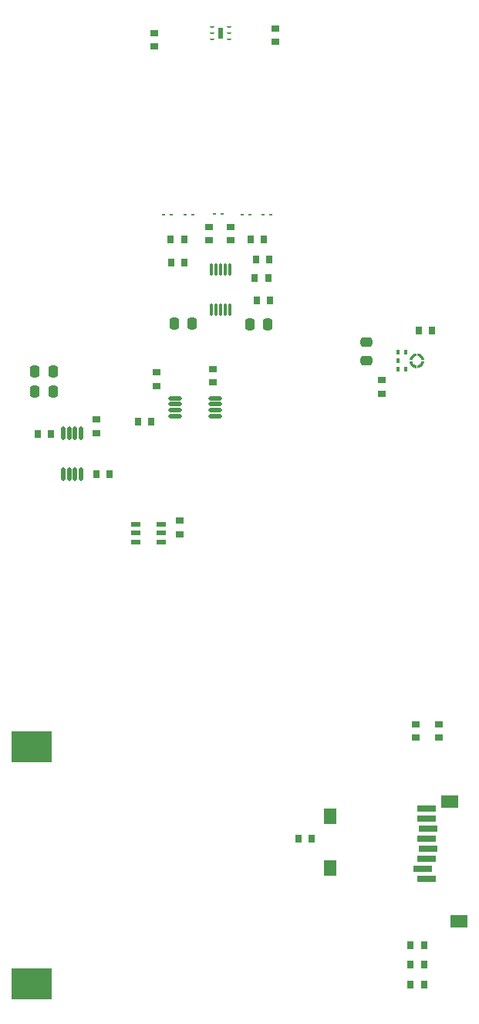
<source format=gbp>
G04*
G04 #@! TF.GenerationSoftware,Altium Limited,Altium Designer,24.0.1 (36)*
G04*
G04 Layer_Color=128*
%FSLAX44Y44*%
%MOMM*%
G71*
G04*
G04 #@! TF.SameCoordinates,7A80B53C-B2C1-45D1-8136-E7169236FAC4*
G04*
G04*
G04 #@! TF.FilePolarity,Positive*
G04*
G01*
G75*
%ADD22R,0.8000X0.9000*%
%ADD23R,0.9000X0.6500*%
%ADD24R,0.9000X0.8000*%
%ADD28R,0.6500X0.9000*%
G04:AMPARAMS|DCode=31|XSize=1mm|YSize=1.3mm|CornerRadius=0.25mm|HoleSize=0mm|Usage=FLASHONLY|Rotation=0.000|XOffset=0mm|YOffset=0mm|HoleType=Round|Shape=RoundedRectangle|*
%AMROUNDEDRECTD31*
21,1,1.0000,0.8000,0,0,0.0*
21,1,0.5000,1.3000,0,0,0.0*
1,1,0.5000,0.2500,-0.4000*
1,1,0.5000,-0.2500,-0.4000*
1,1,0.5000,-0.2500,0.4000*
1,1,0.5000,0.2500,0.4000*
%
%ADD31ROUNDEDRECTD31*%
%ADD32R,0.3600X0.2500*%
G04:AMPARAMS|DCode=34|XSize=1mm|YSize=1.3mm|CornerRadius=0.25mm|HoleSize=0mm|Usage=FLASHONLY|Rotation=270.000|XOffset=0mm|YOffset=0mm|HoleType=Round|Shape=RoundedRectangle|*
%AMROUNDEDRECTD34*
21,1,1.0000,0.8000,0,0,270.0*
21,1,0.5000,1.3000,0,0,270.0*
1,1,0.5000,-0.4000,-0.2500*
1,1,0.5000,-0.4000,0.2500*
1,1,0.5000,0.4000,0.2500*
1,1,0.5000,0.4000,-0.2500*
%
%ADD34ROUNDEDRECTD34*%
%ADD114R,4.5000X3.5000*%
%ADD117R,1.0500X0.6000*%
%ADD118R,2.0000X0.8000*%
%ADD119R,1.9000X1.4000*%
%ADD120R,1.4000X1.8000*%
G04:AMPARAMS|DCode=121|XSize=0.45mm|YSize=1.45mm|CornerRadius=0.1125mm|HoleSize=0mm|Usage=FLASHONLY|Rotation=0.000|XOffset=0mm|YOffset=0mm|HoleType=Round|Shape=RoundedRectangle|*
%AMROUNDEDRECTD121*
21,1,0.4500,1.2250,0,0,0.0*
21,1,0.2250,1.4500,0,0,0.0*
1,1,0.2250,0.1125,-0.6125*
1,1,0.2250,-0.1125,-0.6125*
1,1,0.2250,-0.1125,0.6125*
1,1,0.2250,0.1125,0.6125*
%
%ADD121ROUNDEDRECTD121*%
G04:AMPARAMS|DCode=122|XSize=0.3mm|YSize=1.35mm|CornerRadius=0.075mm|HoleSize=0mm|Usage=FLASHONLY|Rotation=0.000|XOffset=0mm|YOffset=0mm|HoleType=Round|Shape=RoundedRectangle|*
%AMROUNDEDRECTD122*
21,1,0.3000,1.2000,0,0,0.0*
21,1,0.1500,1.3500,0,0,0.0*
1,1,0.1500,0.0750,-0.6000*
1,1,0.1500,-0.0750,-0.6000*
1,1,0.1500,-0.0750,0.6000*
1,1,0.1500,0.0750,0.6000*
%
%ADD122ROUNDEDRECTD122*%
G04:AMPARAMS|DCode=123|XSize=0.45mm|YSize=1.45mm|CornerRadius=0.1125mm|HoleSize=0mm|Usage=FLASHONLY|Rotation=90.000|XOffset=0mm|YOffset=0mm|HoleType=Round|Shape=RoundedRectangle|*
%AMROUNDEDRECTD123*
21,1,0.4500,1.2250,0,0,90.0*
21,1,0.2250,1.4500,0,0,90.0*
1,1,0.2250,0.6125,0.1125*
1,1,0.2250,0.6125,-0.1125*
1,1,0.2250,-0.6125,-0.1125*
1,1,0.2250,-0.6125,0.1125*
%
%ADD123ROUNDEDRECTD123*%
G04:AMPARAMS|DCode=124|XSize=0.5mm|YSize=0.25mm|CornerRadius=0.125mm|HoleSize=0mm|Usage=FLASHONLY|Rotation=180.000|XOffset=0mm|YOffset=0mm|HoleType=Round|Shape=RoundedRectangle|*
%AMROUNDEDRECTD124*
21,1,0.5000,0.0000,0,0,180.0*
21,1,0.2500,0.2500,0,0,180.0*
1,1,0.2500,-0.1250,0.0000*
1,1,0.2500,0.1250,0.0000*
1,1,0.2500,0.1250,0.0000*
1,1,0.2500,-0.1250,0.0000*
%
%ADD124ROUNDEDRECTD124*%
%ADD135R,0.6200X1.2500*%
%ADD136R,0.4220X0.5000*%
G36*
X482450Y949110D02*
X482500Y948730D01*
X482570Y948340D01*
X482650Y947960D01*
X482760Y947580D01*
X482880Y947200D01*
X483030Y946840D01*
X483190Y946480D01*
X483360Y946130D01*
X483560Y945790D01*
X483770Y945460D01*
X483990Y945130D01*
X484240Y944820D01*
X484490Y944530D01*
X484760Y944240D01*
X485050Y943970D01*
X485340Y943720D01*
X485650Y943470D01*
X485980Y943250D01*
X486310Y943040D01*
X486650Y942840D01*
X487000Y942670D01*
X487360Y942510D01*
X487720Y942360D01*
X488100Y942240D01*
X488480Y942130D01*
X488860Y942050D01*
X489250Y941980D01*
X489630Y941930D01*
X490020Y941900D01*
Y944900D01*
X489810Y944920D01*
X489570Y944960D01*
X489340Y945010D01*
X489110Y945070D01*
X488890Y945140D01*
X488660Y945220D01*
X488440Y945310D01*
X488230Y945410D01*
X488020Y945520D01*
X487820Y945640D01*
X487620Y945770D01*
X487420Y945900D01*
X487240Y946050D01*
X487060Y946210D01*
X486890Y946370D01*
X486730Y946540D01*
X486570Y946720D01*
X486420Y946900D01*
X486290Y947100D01*
X486160Y947300D01*
X486040Y947500D01*
X485930Y947710D01*
X485830Y947920D01*
X485740Y948140D01*
X485660Y948370D01*
X485590Y948590D01*
X485530Y948820D01*
X485480Y949050D01*
X485440Y949290D01*
X485420Y949500D01*
X482420D01*
X482450Y949110D01*
D02*
G37*
G36*
X491410Y941930D02*
X491790Y941980D01*
X492180Y942050D01*
X492560Y942130D01*
X492940Y942240D01*
X493320Y942360D01*
X493680Y942510D01*
X494040Y942670D01*
X494390Y942840D01*
X494730Y943040D01*
X495060Y943250D01*
X495390Y943470D01*
X495700Y943720D01*
X495990Y943970D01*
X496280Y944240D01*
X496550Y944530D01*
X496800Y944820D01*
X497050Y945130D01*
X497270Y945460D01*
X497480Y945790D01*
X497680Y946130D01*
X497850Y946480D01*
X498010Y946840D01*
X498160Y947200D01*
X498280Y947580D01*
X498390Y947960D01*
X498470Y948340D01*
X498540Y948730D01*
X498590Y949110D01*
X498620Y949500D01*
X495620D01*
X495600Y949290D01*
X495560Y949050D01*
X495510Y948820D01*
X495450Y948590D01*
X495380Y948370D01*
X495300Y948140D01*
X495210Y947920D01*
X495110Y947710D01*
X495000Y947500D01*
X494880Y947300D01*
X494750Y947100D01*
X494620Y946900D01*
X494470Y946720D01*
X494310Y946540D01*
X494150Y946370D01*
X493980Y946210D01*
X493800Y946050D01*
X493620Y945900D01*
X493420Y945770D01*
X493220Y945640D01*
X493020Y945520D01*
X492810Y945410D01*
X492600Y945310D01*
X492380Y945220D01*
X492150Y945140D01*
X491930Y945070D01*
X491700Y945010D01*
X491470Y944960D01*
X491230Y944920D01*
X491020Y944900D01*
Y941900D01*
X491410Y941930D01*
D02*
G37*
G36*
X485420Y950500D02*
X485440Y950710D01*
X485480Y950950D01*
X485530Y951180D01*
X485590Y951410D01*
X485660Y951630D01*
X485740Y951860D01*
X485830Y952080D01*
X485930Y952290D01*
X486040Y952500D01*
X486160Y952700D01*
X486290Y952900D01*
X486420Y953100D01*
X486570Y953280D01*
X486730Y953460D01*
X486890Y953630D01*
X487060Y953790D01*
X487240Y953950D01*
X487420Y954100D01*
X487620Y954230D01*
X487820Y954360D01*
X488020Y954480D01*
X488230Y954590D01*
X488440Y954690D01*
X488660Y954780D01*
X488890Y954860D01*
X489110Y954930D01*
X489340Y954990D01*
X489570Y955040D01*
X489810Y955080D01*
X490020Y955100D01*
Y958100D01*
X489630Y958070D01*
X489250Y958020D01*
X488860Y957950D01*
X488480Y957870D01*
X488100Y957760D01*
X487720Y957640D01*
X487360Y957490D01*
X487000Y957330D01*
X486650Y957160D01*
X486310Y956960D01*
X485980Y956750D01*
X485650Y956530D01*
X485340Y956280D01*
X485050Y956030D01*
X484760Y955760D01*
X484490Y955470D01*
X484240Y955180D01*
X483990Y954870D01*
X483770Y954540D01*
X483560Y954210D01*
X483360Y953870D01*
X483190Y953520D01*
X483030Y953160D01*
X482880Y952800D01*
X482760Y952420D01*
X482650Y952040D01*
X482570Y951660D01*
X482500Y951270D01*
X482450Y950890D01*
X482420Y950500D01*
X485420D01*
D02*
G37*
G36*
X491230Y955080D02*
X491470Y955040D01*
X491700Y954990D01*
X491930Y954930D01*
X492150Y954860D01*
X492380Y954780D01*
X492600Y954690D01*
X492810Y954590D01*
X493020Y954480D01*
X493220Y954360D01*
X493420Y954230D01*
X493620Y954100D01*
X493800Y953950D01*
X493980Y953790D01*
X494150Y953630D01*
X494310Y953460D01*
X494470Y953280D01*
X494620Y953100D01*
X494750Y952900D01*
X494880Y952700D01*
X495000Y952500D01*
X495110Y952290D01*
X495210Y952080D01*
X495300Y951860D01*
X495380Y951630D01*
X495450Y951410D01*
X495510Y951180D01*
X495560Y950950D01*
X495600Y950710D01*
X495620Y950500D01*
X498620D01*
X498590Y950890D01*
X498540Y951270D01*
X498470Y951660D01*
X498390Y952040D01*
X498280Y952420D01*
X498160Y952800D01*
X498010Y953160D01*
X497850Y953520D01*
X497680Y953870D01*
X497480Y954210D01*
X497270Y954540D01*
X497050Y954870D01*
X496800Y955180D01*
X496550Y955470D01*
X496280Y955760D01*
X495990Y956030D01*
X495700Y956280D01*
X495390Y956530D01*
X495060Y956750D01*
X494730Y956960D01*
X494390Y957160D01*
X494040Y957330D01*
X493680Y957490D01*
X493320Y957640D01*
X492940Y957760D01*
X492560Y957870D01*
X492180Y957950D01*
X491790Y958020D01*
X491410Y958070D01*
X491020Y958100D01*
Y955100D01*
X491230Y955080D01*
D02*
G37*
D22*
X153500Y826000D02*
D03*
X138500D02*
D03*
X327500Y1041000D02*
D03*
X312500D02*
D03*
X329500Y1016000D02*
D03*
X314500D02*
D03*
D23*
X286000Y1096250D02*
D03*
Y1081750D02*
D03*
X262000Y1096250D02*
D03*
Y1081750D02*
D03*
X515000Y536750D02*
D03*
Y551250D02*
D03*
X489000D02*
D03*
Y536750D02*
D03*
X202000Y1309250D02*
D03*
Y1294750D02*
D03*
D24*
X230000Y774500D02*
D03*
Y759500D02*
D03*
X139000Y885500D02*
D03*
Y870500D02*
D03*
X335000Y1299500D02*
D03*
Y1314500D02*
D03*
X452000Y913500D02*
D03*
Y928500D02*
D03*
X267000Y941000D02*
D03*
Y926000D02*
D03*
X205000Y937500D02*
D03*
Y922500D02*
D03*
D28*
X313750Y1061000D02*
D03*
X328250D02*
D03*
X235250Y1058000D02*
D03*
X220750D02*
D03*
X360750Y426000D02*
D03*
X375250D02*
D03*
X483750Y288000D02*
D03*
X498250D02*
D03*
X483750Y266000D02*
D03*
X498250D02*
D03*
X483750Y309000D02*
D03*
X498250D02*
D03*
X235000Y1082701D02*
D03*
X220500D02*
D03*
X307782Y1083153D02*
D03*
X322282D02*
D03*
X89250Y870000D02*
D03*
X74750D02*
D03*
X492760Y982710D02*
D03*
X507260D02*
D03*
X199250Y883000D02*
D03*
X184750D02*
D03*
D31*
X71000Y938000D02*
D03*
X91000D02*
D03*
Y916000D02*
D03*
X71000D02*
D03*
X307000Y990000D02*
D03*
X327000D02*
D03*
X244000Y991000D02*
D03*
X224000D02*
D03*
D32*
X221200Y1110000D02*
D03*
X212800D02*
D03*
X236000D02*
D03*
X244400D02*
D03*
X276455Y1110840D02*
D03*
X268055D02*
D03*
X307200Y1110000D02*
D03*
X298800D02*
D03*
X321800D02*
D03*
X330200D02*
D03*
D34*
X435000Y970000D02*
D03*
Y950000D02*
D03*
D114*
X68000Y527000D02*
D03*
Y267000D02*
D03*
D117*
X209750Y770500D02*
D03*
Y761000D02*
D03*
Y751500D02*
D03*
X182250D02*
D03*
Y761000D02*
D03*
Y770500D02*
D03*
D118*
X502980Y414850D02*
D03*
X500980Y403850D02*
D03*
Y381850D02*
D03*
X496980Y392850D02*
D03*
X502980Y436850D02*
D03*
X500980Y425850D02*
D03*
Y447850D02*
D03*
Y458850D02*
D03*
D119*
X536980Y335250D02*
D03*
X526980Y466750D02*
D03*
D120*
X395480Y393750D02*
D03*
Y450750D02*
D03*
D121*
X102250Y870250D02*
D03*
X108750D02*
D03*
X115250D02*
D03*
X121750D02*
D03*
X102250Y825750D02*
D03*
X108750D02*
D03*
X115250D02*
D03*
X121750D02*
D03*
D122*
X270000Y1005750D02*
D03*
X285000D02*
D03*
X280000D02*
D03*
X275000D02*
D03*
X265000D02*
D03*
X285000Y1050250D02*
D03*
X280000D02*
D03*
X275000D02*
D03*
X270000D02*
D03*
X265000D02*
D03*
D123*
X224750Y889250D02*
D03*
Y895750D02*
D03*
Y902250D02*
D03*
Y908750D02*
D03*
X269250Y889250D02*
D03*
Y895750D02*
D03*
Y902250D02*
D03*
Y908750D02*
D03*
D124*
X284500Y1315500D02*
D03*
Y1309000D02*
D03*
Y1302500D02*
D03*
X265500D02*
D03*
Y1309000D02*
D03*
Y1315500D02*
D03*
D135*
X275000Y1309000D02*
D03*
D136*
X469780Y959000D02*
D03*
X478000D02*
D03*
Y941000D02*
D03*
X469780D02*
D03*
Y950000D02*
D03*
M02*

</source>
